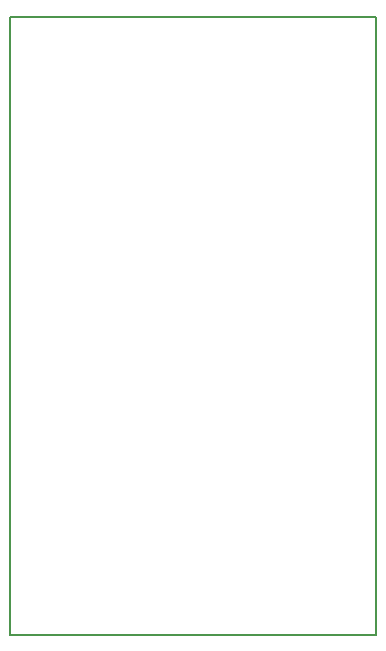
<source format=gbr>
G04 #@! TF.FileFunction,Profile,NP*
%FSLAX46Y46*%
G04 Gerber Fmt 4.6, Leading zero omitted, Abs format (unit mm)*
G04 Created by KiCad (PCBNEW 4.0.2-stable) date 20/06/2016 19:56:51*
%MOMM*%
G01*
G04 APERTURE LIST*
%ADD10C,0.100000*%
%ADD11C,0.150000*%
G04 APERTURE END LIST*
D10*
D11*
X181864000Y-121666000D02*
X181864000Y-69342000D01*
X150876000Y-121666000D02*
X181864000Y-121666000D01*
X150876000Y-69342000D02*
X181864000Y-69342000D01*
X150876000Y-121666000D02*
X150876000Y-69342000D01*
M02*

</source>
